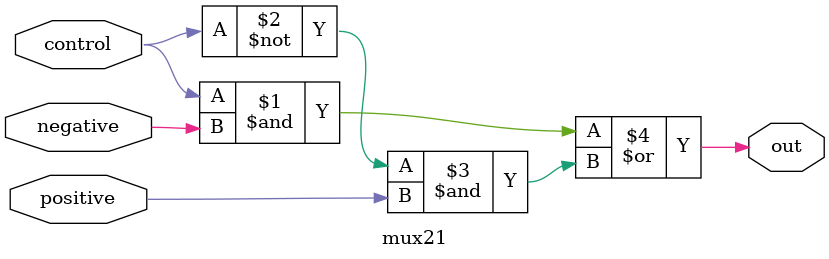
<source format=sv>
module mux21(
		input logic control,
		input logic positive,
		input logic negative,
		output logic out);

	
	assign out = (control & negative) | 
			(~control & positive);

endmodule
</source>
